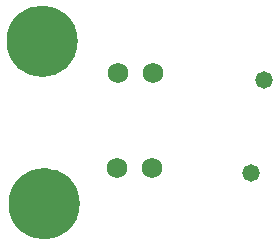
<source format=gbs>
%FSLAX23Y23*%
%MOIN*%
G70*
G01*
G75*
G04 Layer_Color=16711935*
%ADD10R,0.035X0.031*%
%ADD11R,0.118X0.039*%
%ADD12R,0.118X0.059*%
%ADD13C,0.010*%
%ADD14C,0.060*%
%ADD15C,0.039*%
%ADD16C,0.236*%
%ADD17C,0.050*%
%ADD18C,0.004*%
%ADD19C,0.000*%
%ADD20R,0.023X0.043*%
%ADD21C,0.020*%
%ADD22C,0.059*%
%ADD23R,0.043X0.039*%
%ADD24R,0.126X0.047*%
%ADD25R,0.126X0.067*%
%ADD26C,0.068*%
%ADD27C,0.058*%
D15*
X112Y777D02*
D03*
X237D02*
D03*
X174Y803D02*
D03*
X86Y715D02*
D03*
X112Y652D02*
D03*
X174Y626D02*
D03*
X237Y652D02*
D03*
X263Y715D02*
D03*
X270Y174D02*
D03*
X244Y112D02*
D03*
X181Y86D02*
D03*
X118Y112D02*
D03*
X93Y174D02*
D03*
X181Y263D02*
D03*
X244Y237D02*
D03*
X118D02*
D03*
D16*
X174Y715D02*
D03*
X181Y174D02*
D03*
D22*
X263Y715D02*
G03*
X263Y715I-89J0D01*
G01*
X270Y174D02*
G03*
X270Y174I-89J0D01*
G01*
D26*
X425Y611D02*
D03*
X543D02*
D03*
X540Y294D02*
D03*
X422D02*
D03*
D27*
X914Y587D02*
D03*
X870Y276D02*
D03*
M02*

</source>
